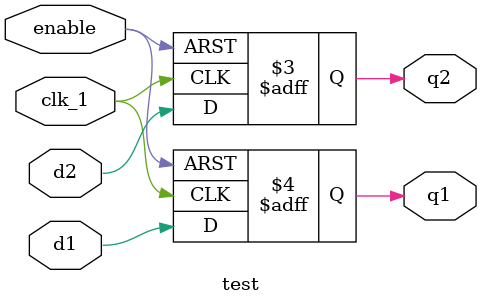
<source format=v>
module test (q1, q2, clk_1, enable, d1, d2);
output q1, q2;
input clk_1, enable, d1, d2;
reg q1, q2;
wire clk_1, enable, d1, d2;
always @( posedge clk_1 or posedge enable )
if ( enable ) //"enable" is used as reset
q1 <= 1'b0;
else
q1 <= d1;
always @( posedge clk_1 or posedge enable )
if ( enable ) //warning here, "enable" is also used as
//set signal
q2 <= 1'b1;
else
q2 <= d2;
endmodule


</source>
